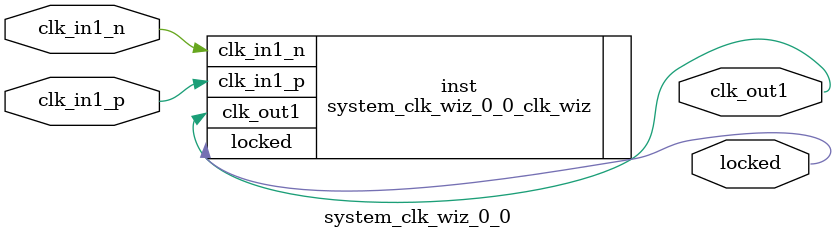
<source format=v>


`timescale 1ps/1ps

(* CORE_GENERATION_INFO = "system_clk_wiz_0_0,clk_wiz_v6_0_14_0_0,{component_name=system_clk_wiz_0_0,use_phase_alignment=true,use_min_o_jitter=false,use_max_i_jitter=false,use_dyn_phase_shift=false,use_inclk_switchover=false,use_dyn_reconfig=false,enable_axi=0,feedback_source=FDBK_AUTO,PRIMITIVE=MMCM,num_out_clk=1,clkin1_period=5.000,clkin2_period=10.0,use_power_down=false,use_reset=false,use_locked=true,use_inclk_stopped=false,feedback_type=SINGLE,CLOCK_MGR_TYPE=NA,manual_override=false}" *)

module system_clk_wiz_0_0 
 (
  // Clock out ports
  output        clk_out1,
  // Status and control signals
  output        locked,
 // Clock in ports
  input         clk_in1_p,
  input         clk_in1_n
 );

  system_clk_wiz_0_0_clk_wiz inst
  (
  // Clock out ports  
  .clk_out1(clk_out1),
  // Status and control signals               
  .locked(locked),
 // Clock in ports
  .clk_in1_p(clk_in1_p),
  .clk_in1_n(clk_in1_n)
  );

endmodule

</source>
